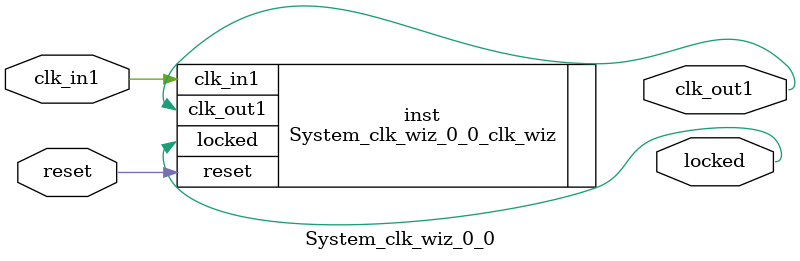
<source format=v>


`timescale 1ps/1ps

(* CORE_GENERATION_INFO = "System_clk_wiz_0_0,clk_wiz_v6_0_2_0_0,{component_name=System_clk_wiz_0_0,use_phase_alignment=true,use_min_o_jitter=false,use_max_i_jitter=false,use_dyn_phase_shift=false,use_inclk_switchover=false,use_dyn_reconfig=false,enable_axi=0,feedback_source=FDBK_AUTO,PRIMITIVE=MMCM,num_out_clk=1,clkin1_period=8.000,clkin2_period=10.000,use_power_down=false,use_reset=true,use_locked=true,use_inclk_stopped=false,feedback_type=SINGLE,CLOCK_MGR_TYPE=NA,manual_override=false}" *)

module System_clk_wiz_0_0 
 (
  // Clock out ports
  output        clk_out1,
  // Status and control signals
  input         reset,
  output        locked,
 // Clock in ports
  input         clk_in1
 );

  System_clk_wiz_0_0_clk_wiz inst
  (
  // Clock out ports  
  .clk_out1(clk_out1),
  // Status and control signals               
  .reset(reset), 
  .locked(locked),
 // Clock in ports
  .clk_in1(clk_in1)
  );

endmodule

</source>
